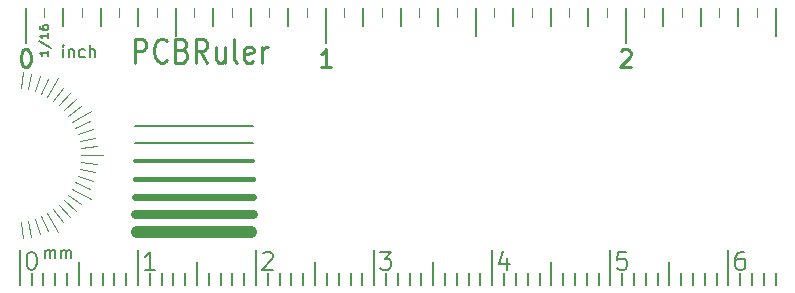
<source format=gbr>
%TF.GenerationSoftware,KiCad,Pcbnew,(6.0.5-0)*%
%TF.CreationDate,2022-12-25T00:01:23-08:00*%
%TF.ProjectId,PCBRulerSmaller,50434252-756c-4657-9253-6d616c6c6572,1.0*%
%TF.SameCoordinates,PX510ff40PY5d75c80*%
%TF.FileFunction,Copper,L1,Top*%
%TF.FilePolarity,Positive*%
%FSLAX46Y46*%
G04 Gerber Fmt 4.6, Leading zero omitted, Abs format (unit mm)*
G04 Created by KiCad (PCBNEW (6.0.5-0)) date 2022-12-25 00:01:23*
%MOMM*%
%LPD*%
G01*
G04 APERTURE LIST*
%ADD10C,0.150000*%
%TA.AperFunction,NonConductor*%
%ADD11C,0.150000*%
%TD*%
%ADD12C,0.250000*%
%TA.AperFunction,NonConductor*%
%ADD13C,0.250000*%
%TD*%
%TA.AperFunction,EtchedComponent*%
%ADD14C,0.150000*%
%TD*%
%TA.AperFunction,EtchedComponent*%
%ADD15C,0.120000*%
%TD*%
%TA.AperFunction,EtchedComponent*%
%ADD16C,0.100000*%
%TD*%
%TA.AperFunction,Conductor*%
%ADD17C,0.450000*%
%TD*%
%TA.AperFunction,Conductor*%
%ADD18C,0.600000*%
%TD*%
%TA.AperFunction,Conductor*%
%ADD19C,0.762000*%
%TD*%
%TA.AperFunction,Conductor*%
%ADD20C,1.000000*%
%TD*%
%TA.AperFunction,Conductor*%
%ADD21C,0.200000*%
%TD*%
%TA.AperFunction,Conductor*%
%ADD22C,0.150000*%
%TD*%
%TA.AperFunction,Conductor*%
%ADD23C,0.300000*%
%TD*%
G04 APERTURE END LIST*
D10*
D11*
X4166666Y-4202380D02*
X4166666Y-3535714D01*
X4166666Y-3202380D02*
X4119047Y-3250000D01*
X4166666Y-3297619D01*
X4214285Y-3250000D01*
X4166666Y-3202380D01*
X4166666Y-3297619D01*
X4642857Y-3535714D02*
X4642857Y-4202380D01*
X4642857Y-3630952D02*
X4690476Y-3583333D01*
X4785714Y-3535714D01*
X4928571Y-3535714D01*
X5023809Y-3583333D01*
X5071428Y-3678571D01*
X5071428Y-4202380D01*
X5976190Y-4154761D02*
X5880952Y-4202380D01*
X5690476Y-4202380D01*
X5595238Y-4154761D01*
X5547619Y-4107142D01*
X5500000Y-4011904D01*
X5500000Y-3726190D01*
X5547619Y-3630952D01*
X5595238Y-3583333D01*
X5690476Y-3535714D01*
X5880952Y-3535714D01*
X5976190Y-3583333D01*
X6404761Y-4202380D02*
X6404761Y-3202380D01*
X6833333Y-4202380D02*
X6833333Y-3678571D01*
X6785714Y-3583333D01*
X6690476Y-3535714D01*
X6547619Y-3535714D01*
X6452380Y-3583333D01*
X6404761Y-3630952D01*
D10*
D11*
X2654761Y-21202380D02*
X2654761Y-20535714D01*
X2654761Y-20630952D02*
X2702380Y-20583333D01*
X2797619Y-20535714D01*
X2940476Y-20535714D01*
X3035714Y-20583333D01*
X3083333Y-20678571D01*
X3083333Y-21202380D01*
X3083333Y-20678571D02*
X3130952Y-20583333D01*
X3226190Y-20535714D01*
X3369047Y-20535714D01*
X3464285Y-20583333D01*
X3511904Y-20678571D01*
X3511904Y-21202380D01*
X3988095Y-21202380D02*
X3988095Y-20535714D01*
X3988095Y-20630952D02*
X4035714Y-20583333D01*
X4130952Y-20535714D01*
X4273809Y-20535714D01*
X4369047Y-20583333D01*
X4416666Y-20678571D01*
X4416666Y-21202380D01*
X4416666Y-20678571D02*
X4464285Y-20583333D01*
X4559523Y-20535714D01*
X4702380Y-20535714D01*
X4797619Y-20583333D01*
X4845238Y-20678571D01*
X4845238Y-21202380D01*
D12*
D13*
X10221428Y-4654761D02*
X10221428Y-2654761D01*
X10876666Y-2654761D01*
X11040476Y-2750000D01*
X11122380Y-2845238D01*
X11204285Y-3035714D01*
X11204285Y-3321428D01*
X11122380Y-3511904D01*
X11040476Y-3607142D01*
X10876666Y-3702380D01*
X10221428Y-3702380D01*
X12924285Y-4464285D02*
X12842380Y-4559523D01*
X12596666Y-4654761D01*
X12432857Y-4654761D01*
X12187142Y-4559523D01*
X12023333Y-4369047D01*
X11941428Y-4178571D01*
X11859523Y-3797619D01*
X11859523Y-3511904D01*
X11941428Y-3130952D01*
X12023333Y-2940476D01*
X12187142Y-2750000D01*
X12432857Y-2654761D01*
X12596666Y-2654761D01*
X12842380Y-2750000D01*
X12924285Y-2845238D01*
X14234761Y-3607142D02*
X14480476Y-3702380D01*
X14562380Y-3797619D01*
X14644285Y-3988095D01*
X14644285Y-4273809D01*
X14562380Y-4464285D01*
X14480476Y-4559523D01*
X14316666Y-4654761D01*
X13661428Y-4654761D01*
X13661428Y-2654761D01*
X14234761Y-2654761D01*
X14398571Y-2750000D01*
X14480476Y-2845238D01*
X14562380Y-3035714D01*
X14562380Y-3226190D01*
X14480476Y-3416666D01*
X14398571Y-3511904D01*
X14234761Y-3607142D01*
X13661428Y-3607142D01*
X16364285Y-4654761D02*
X15790952Y-3702380D01*
X15381428Y-4654761D02*
X15381428Y-2654761D01*
X16036666Y-2654761D01*
X16200476Y-2750000D01*
X16282380Y-2845238D01*
X16364285Y-3035714D01*
X16364285Y-3321428D01*
X16282380Y-3511904D01*
X16200476Y-3607142D01*
X16036666Y-3702380D01*
X15381428Y-3702380D01*
X17838571Y-3321428D02*
X17838571Y-4654761D01*
X17101428Y-3321428D02*
X17101428Y-4369047D01*
X17183333Y-4559523D01*
X17347142Y-4654761D01*
X17592857Y-4654761D01*
X17756666Y-4559523D01*
X17838571Y-4464285D01*
X18903333Y-4654761D02*
X18739523Y-4559523D01*
X18657619Y-4369047D01*
X18657619Y-2654761D01*
X20213809Y-4559523D02*
X20050000Y-4654761D01*
X19722380Y-4654761D01*
X19558571Y-4559523D01*
X19476666Y-4369047D01*
X19476666Y-3607142D01*
X19558571Y-3416666D01*
X19722380Y-3321428D01*
X20050000Y-3321428D01*
X20213809Y-3416666D01*
X20295714Y-3607142D01*
X20295714Y-3797619D01*
X19476666Y-3988095D01*
X21032857Y-4654761D02*
X21032857Y-3321428D01*
X21032857Y-3702380D02*
X21114761Y-3511904D01*
X21196666Y-3416666D01*
X21360476Y-3321428D01*
X21524285Y-3321428D01*
D10*
%TO.C,REF\u002A\u002A*%
D11*
X61785714Y-20678571D02*
X61500000Y-20678571D01*
X61357142Y-20750000D01*
X61285714Y-20821428D01*
X61142857Y-21035714D01*
X61071428Y-21321428D01*
X61071428Y-21892857D01*
X61142857Y-22035714D01*
X61214285Y-22107142D01*
X61357142Y-22178571D01*
X61642857Y-22178571D01*
X61785714Y-22107142D01*
X61857142Y-22035714D01*
X61928571Y-21892857D01*
X61928571Y-21535714D01*
X61857142Y-21392857D01*
X61785714Y-21321428D01*
X61642857Y-21250000D01*
X61357142Y-21250000D01*
X61214285Y-21321428D01*
X61142857Y-21392857D01*
X61071428Y-21535714D01*
D10*
D11*
X1428571Y-20678571D02*
X1571428Y-20678571D01*
X1714285Y-20750000D01*
X1785714Y-20821428D01*
X1857142Y-20964285D01*
X1928571Y-21250000D01*
X1928571Y-21607142D01*
X1857142Y-21892857D01*
X1785714Y-22035714D01*
X1714285Y-22107142D01*
X1571428Y-22178571D01*
X1428571Y-22178571D01*
X1285714Y-22107142D01*
X1214285Y-22035714D01*
X1142857Y-21892857D01*
X1071428Y-21607142D01*
X1071428Y-21250000D01*
X1142857Y-20964285D01*
X1214285Y-20821428D01*
X1285714Y-20750000D01*
X1428571Y-20678571D01*
D10*
D11*
X41785714Y-21178571D02*
X41785714Y-22178571D01*
X41428571Y-20607142D02*
X41071428Y-21678571D01*
X42000000Y-21678571D01*
D10*
D11*
X31000000Y-20678571D02*
X31928571Y-20678571D01*
X31428571Y-21250000D01*
X31642857Y-21250000D01*
X31785714Y-21321428D01*
X31857142Y-21392857D01*
X31928571Y-21535714D01*
X31928571Y-21892857D01*
X31857142Y-22035714D01*
X31785714Y-22107142D01*
X31642857Y-22178571D01*
X31214285Y-22178571D01*
X31071428Y-22107142D01*
X31000000Y-22035714D01*
D10*
D11*
X11928571Y-22178571D02*
X11071428Y-22178571D01*
X11500000Y-22178571D02*
X11500000Y-20678571D01*
X11357142Y-20892857D01*
X11214285Y-21035714D01*
X11071428Y-21107142D01*
D10*
D11*
X21071428Y-20821428D02*
X21142857Y-20750000D01*
X21285714Y-20678571D01*
X21642857Y-20678571D01*
X21785714Y-20750000D01*
X21857142Y-20821428D01*
X21928571Y-20964285D01*
X21928571Y-21107142D01*
X21857142Y-21321428D01*
X21000000Y-22178571D01*
X21928571Y-22178571D01*
D10*
D11*
X51857142Y-20678571D02*
X51142857Y-20678571D01*
X51071428Y-21392857D01*
X51142857Y-21321428D01*
X51285714Y-21250000D01*
X51642857Y-21250000D01*
X51785714Y-21321428D01*
X51857142Y-21392857D01*
X51928571Y-21535714D01*
X51928571Y-21892857D01*
X51857142Y-22035714D01*
X51785714Y-22107142D01*
X51642857Y-22178571D01*
X51285714Y-22178571D01*
X51142857Y-22107142D01*
X51071428Y-22035714D01*
D10*
D11*
X2926785Y-3670982D02*
X2926785Y-4099553D01*
X2926785Y-3885267D02*
X2176785Y-3885267D01*
X2283928Y-3956696D01*
X2355357Y-4028125D01*
X2391071Y-4099553D01*
X2141071Y-2813839D02*
X3105357Y-3456696D01*
X2926785Y-2170982D02*
X2926785Y-2599553D01*
X2926785Y-2385267D02*
X2176785Y-2385267D01*
X2283928Y-2456696D01*
X2355357Y-2528125D01*
X2391071Y-2599553D01*
X2176785Y-1528125D02*
X2176785Y-1670982D01*
X2212500Y-1742410D01*
X2248214Y-1778125D01*
X2355357Y-1849553D01*
X2498214Y-1885267D01*
X2783928Y-1885267D01*
X2855357Y-1849553D01*
X2891071Y-1813839D01*
X2926785Y-1742410D01*
X2926785Y-1599553D01*
X2891071Y-1528125D01*
X2855357Y-1492410D01*
X2783928Y-1456696D01*
X2605357Y-1456696D01*
X2533928Y-1492410D01*
X2498214Y-1528125D01*
X2462500Y-1599553D01*
X2462500Y-1742410D01*
X2498214Y-1813839D01*
X2533928Y-1849553D01*
X2605357Y-1885267D01*
D12*
D13*
X51371428Y-3687053D02*
X51442857Y-3615625D01*
X51585714Y-3544196D01*
X51942857Y-3544196D01*
X52085714Y-3615625D01*
X52157142Y-3687053D01*
X52228571Y-3829910D01*
X52228571Y-3972767D01*
X52157142Y-4187053D01*
X51300000Y-5044196D01*
X52228571Y-5044196D01*
D12*
D13*
X928571Y-3544196D02*
X1071428Y-3544196D01*
X1214285Y-3615625D01*
X1285714Y-3687053D01*
X1357142Y-3829910D01*
X1428571Y-4115625D01*
X1428571Y-4472767D01*
X1357142Y-4758482D01*
X1285714Y-4901339D01*
X1214285Y-4972767D01*
X1071428Y-5044196D01*
X928571Y-5044196D01*
X785714Y-4972767D01*
X714285Y-4901339D01*
X642857Y-4758482D01*
X571428Y-4472767D01*
X571428Y-4115625D01*
X642857Y-3829910D01*
X714285Y-3687053D01*
X785714Y-3615625D01*
X928571Y-3544196D01*
D12*
D13*
X26828571Y-5044196D02*
X25971428Y-5044196D01*
X26400000Y-5044196D02*
X26400000Y-3544196D01*
X26257142Y-3758482D01*
X26114285Y-3901339D01*
X25971428Y-3972767D01*
D14*
X18500000Y-23500000D02*
X18500000Y-22500000D01*
X11500000Y-23500000D02*
X11500000Y-22500000D01*
X48500000Y-23500000D02*
X48500000Y-22500000D01*
X43500000Y-23500000D02*
X43500000Y-22500000D01*
X54500000Y-23500000D02*
X54500000Y-22500000D01*
X24500000Y-23500000D02*
X24500000Y-22500000D01*
X33500000Y-23500000D02*
X33500000Y-22500000D01*
X64500000Y-23500000D02*
X64500000Y-22500000D01*
X14500000Y-23500000D02*
X14500000Y-22500000D01*
X34500000Y-23500000D02*
X34500000Y-22500000D01*
X9500000Y-23500000D02*
X9500000Y-22500000D01*
X22500000Y-23500000D02*
X22500000Y-22500000D01*
X49500000Y-23500000D02*
X49500000Y-22500000D01*
X61500000Y-23500000D02*
X61500000Y-22500000D01*
X26500000Y-23500000D02*
X26500000Y-22500000D01*
X42500000Y-23500000D02*
X42500000Y-22500000D01*
X10500000Y-23500000D02*
X10500000Y-20500000D01*
X3500000Y-23500000D02*
X3500000Y-22500000D01*
X31500000Y-23500000D02*
X31500000Y-22500000D01*
X53500000Y-23500000D02*
X53500000Y-22500000D01*
X25500000Y-23500000D02*
X25500000Y-21500000D01*
X52500000Y-23500000D02*
X52500000Y-22500000D01*
X29500000Y-23500000D02*
X29500000Y-22500000D01*
X23500000Y-23500000D02*
X23500000Y-22500000D01*
X46500000Y-23500000D02*
X46500000Y-22500000D01*
X1500000Y-23500000D02*
X1500000Y-22500000D01*
X40500000Y-23500000D02*
X40500000Y-20500000D01*
X37500000Y-23500000D02*
X37500000Y-22500000D01*
X58500000Y-23500000D02*
X58500000Y-22500000D01*
X51500000Y-23500000D02*
X51500000Y-22500000D01*
X13500000Y-23500000D02*
X13500000Y-22500000D01*
X500000Y-23500000D02*
X500000Y-20500000D01*
X12500000Y-23500000D02*
X12500000Y-22500000D01*
X60500000Y-23500000D02*
X60500000Y-20500000D01*
X8500000Y-23500000D02*
X8500000Y-22500000D01*
X15500000Y-23500000D02*
X15500000Y-21500000D01*
X56500000Y-23500000D02*
X56500000Y-22500000D01*
X30500000Y-23500000D02*
X30500000Y-20500000D01*
X44500000Y-23500000D02*
X44500000Y-22500000D01*
X62500000Y-23500000D02*
X62500000Y-22500000D01*
X16500000Y-23500000D02*
X16500000Y-22500000D01*
X47500000Y-23500000D02*
X47500000Y-22500000D01*
X55500000Y-23500000D02*
X55500000Y-21500000D01*
X57500000Y-23500000D02*
X57500000Y-22500000D01*
X38500000Y-23500000D02*
X38500000Y-22500000D01*
X19500000Y-23500000D02*
X19500000Y-22500000D01*
X63500000Y-23500000D02*
X63500000Y-22500000D01*
X4500000Y-23500000D02*
X4500000Y-22500000D01*
X36500000Y-23500000D02*
X36500000Y-22500000D01*
X21500000Y-23500000D02*
X21500000Y-22500000D01*
X5500000Y-23500000D02*
X5500000Y-21500000D01*
X27500000Y-23500000D02*
X27500000Y-22500000D01*
X6500000Y-23500000D02*
X6500000Y-22500000D01*
X50500000Y-23500000D02*
X50500000Y-20500000D01*
X17500000Y-23500000D02*
X17500000Y-22500000D01*
X59500000Y-23500000D02*
X59500000Y-22500000D01*
X32500000Y-23500000D02*
X32500000Y-22500000D01*
X2500000Y-23500000D02*
X2500000Y-22500000D01*
X41500000Y-23500000D02*
X41500000Y-22500000D01*
X28500000Y-23500000D02*
X28500000Y-22500000D01*
X39500000Y-23500000D02*
X39500000Y-22500000D01*
X7500000Y-23500000D02*
X7500000Y-22500000D01*
X45500000Y-23500000D02*
X45500000Y-21500000D01*
X35500000Y-23500000D02*
X35500000Y-21500000D01*
X20500000Y-23500000D02*
X20500000Y-20500000D01*
X54975000Y0D02*
X54975000Y-1587500D01*
D15*
X5762500Y0D02*
X5762500Y-793750D01*
D14*
X51800000Y0D02*
X51800000Y-3000000D01*
D15*
X40687500Y0D02*
X40687500Y-793750D01*
D14*
X20050000Y0D02*
X20050000Y-1587500D01*
D15*
X62912500Y0D02*
X62912500Y-793750D01*
D14*
X23225000Y0D02*
X23225000Y-1587500D01*
D15*
X37512500Y0D02*
X37512500Y-793750D01*
X24812500Y0D02*
X24812500Y-793750D01*
X15287500Y0D02*
X15287500Y-793750D01*
X43862500Y0D02*
X43862500Y-793750D01*
X27987500Y0D02*
X27987500Y-793750D01*
D14*
X39100000Y0D02*
X39100000Y-2381250D01*
X58150000Y0D02*
X58150000Y-1587500D01*
X16875000Y0D02*
X16875000Y-1587500D01*
D15*
X21637500Y0D02*
X21637500Y-793750D01*
X56562500Y0D02*
X56562500Y-793750D01*
D14*
X45450000Y0D02*
X45450000Y-1587500D01*
X61325000Y0D02*
X61325000Y-1587500D01*
D15*
X12112500Y0D02*
X12112500Y-793750D01*
X47037500Y0D02*
X47037500Y-793750D01*
X53387500Y0D02*
X53387500Y-793750D01*
D14*
X35925000Y0D02*
X35925000Y-1587500D01*
D15*
X2587500Y0D02*
X2587500Y-793750D01*
D14*
X4175000Y0D02*
X4175000Y-1587500D01*
X1000000Y0D02*
X1000000Y-3000000D01*
X26400000Y0D02*
X26400000Y-3000000D01*
D15*
X8937500Y0D02*
X8937500Y-793750D01*
D14*
X32750000Y0D02*
X32750000Y-1587500D01*
X13700000Y0D02*
X13700000Y-2381250D01*
X7350000Y0D02*
X7350000Y-1587500D01*
D15*
X31162500Y0D02*
X31162500Y-793750D01*
D14*
X42275000Y0D02*
X42275000Y-1587500D01*
D15*
X34337500Y0D02*
X34337500Y-793750D01*
X50212500Y0D02*
X50212500Y-793750D01*
D14*
X64500000Y0D02*
X64500000Y-2381250D01*
X10525000Y0D02*
X10525000Y-1587500D01*
D15*
X59737500Y0D02*
X59737500Y-793750D01*
D14*
X48625000Y0D02*
X48625000Y-1587500D01*
X29575000Y0D02*
X29575000Y-1587500D01*
D15*
X18462500Y0D02*
X18462500Y-793750D01*
D16*
X5190623Y-14804190D02*
X6436366Y-15358817D01*
X5557691Y-11311842D02*
X6891528Y-11028333D01*
X4920621Y-15334090D02*
X6495224Y-16243182D01*
X4222436Y-16295047D02*
X5235824Y-17207500D01*
X5650717Y-11899259D02*
X7006882Y-11756735D01*
X4920621Y-9652283D02*
X6495224Y-8743191D01*
X1755773Y-17896910D02*
X2177188Y-19193788D01*
X2311054Y-17683784D02*
X2865630Y-18929527D01*
X5650717Y-13087050D02*
X7006882Y-13229639D01*
X3801919Y-16715585D02*
X4714345Y-17728959D01*
X3801919Y-8270718D02*
X4714345Y-7257395D01*
X2840935Y-17413783D02*
X3750027Y-18988359D01*
X5190623Y-10182165D02*
X6436366Y-9627524D01*
X2311054Y-7302552D02*
X2865630Y-6056839D01*
X5403749Y-10737382D02*
X6700652Y-10316031D01*
X2840935Y-7572591D02*
X3750027Y-5997957D01*
X593960Y-18143859D02*
X736484Y-19500043D01*
X3339708Y-17089863D02*
X4141232Y-18193069D01*
X5557691Y-13674467D02*
X6891528Y-13957977D01*
X3339708Y-7896446D02*
X4141232Y-6793260D01*
X593960Y-6842457D02*
X736484Y-5486293D01*
X4596708Y-15832875D02*
X5699901Y-16634381D01*
X5403749Y-14248953D02*
X6700652Y-14670344D01*
X4596708Y-9153511D02*
X5699901Y-8351923D01*
X1755773Y-7089405D02*
X2177188Y-5792572D01*
X5681839Y-12493154D02*
X7500028Y-12493154D01*
X1181312Y-6935527D02*
X1464823Y-5601684D01*
X4222436Y-8691300D02*
X5235824Y-7778809D01*
X1181312Y-18050826D02*
X1464823Y-19384663D01*
%TD*%
D17*
%TO.N,*%
X10250000Y-14500000D02*
X20250000Y-14500000D01*
D18*
X10250000Y-16000000D02*
X20250000Y-16000000D01*
D19*
X10250000Y-17500000D02*
X20250000Y-17500000D01*
D20*
X10450000Y-19000000D02*
X20050000Y-19000000D01*
D21*
X10250000Y-11500000D02*
X20250000Y-11500000D01*
D22*
X10250000Y-10000000D02*
X13750000Y-10000000D01*
D23*
X10250000Y-13000000D02*
X20250000Y-13000000D01*
D22*
X19750000Y-10000000D02*
X20250000Y-10000000D01*
X13750000Y-10000000D02*
X19750000Y-10000000D01*
%TD*%
M02*

</source>
